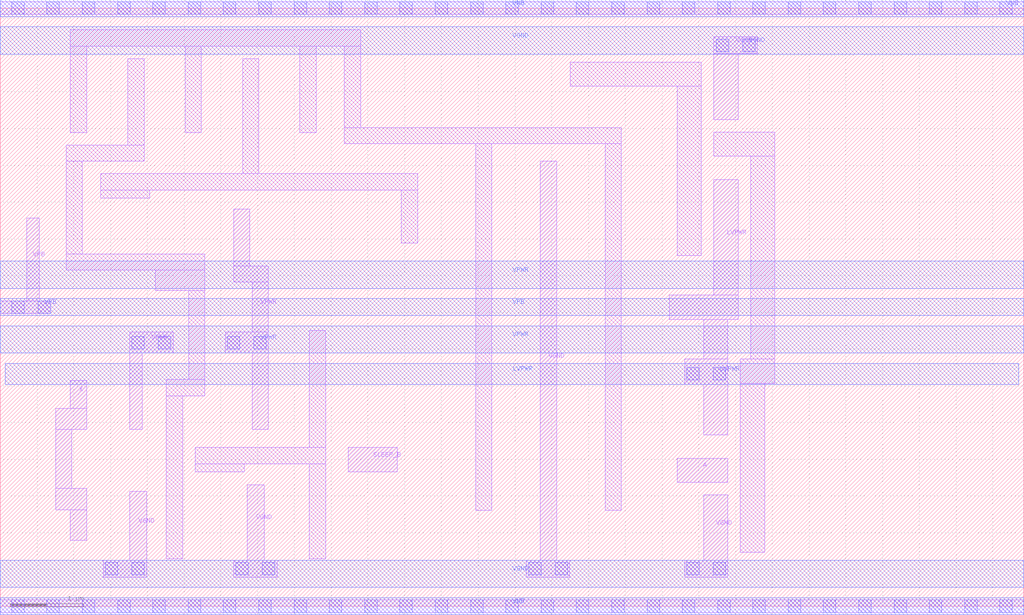
<source format=lef>
# Copyright 2020 The SkyWater PDK Authors
#
# Licensed under the Apache License, Version 2.0 (the "License");
# you may not use this file except in compliance with the License.
# You may obtain a copy of the License at
#
#     https://www.apache.org/licenses/LICENSE-2.0
#
# Unless required by applicable law or agreed to in writing, software
# distributed under the License is distributed on an "AS IS" BASIS,
# WITHOUT WARRANTIES OR CONDITIONS OF ANY KIND, either express or implied.
# See the License for the specific language governing permissions and
# limitations under the License.
#
# SPDX-License-Identifier: Apache-2.0

VERSION 5.5 ;
NAMESCASESENSITIVE ON ;
BUSBITCHARS "[]" ;
DIVIDERCHAR "/" ;
SITE unithvdbl
    SYMMETRY y  ;
    CLASS CORE  ;
    SIZE  0.480 BY 8.140 ;
END unithvdbl
MACRO sky130_fd_sc_hvl__lsbuflv2hv_isosrchvaon_1
  CLASS CORE ;
  SOURCE USER ;
  ORIGIN  0.000000  0.000000 ;
  SIZE  13.92000 BY  8.140000 ;
  SYMMETRY X Y ;
  SITE unithvdbl ;
  PIN A
    ANTENNAGATEAREA  0.279000 ;
    DIRECTION INPUT ;
    USE SIGNAL ;
    PORT
      LAYER li1 ;
        RECT 9.205000 1.685000 9.895000 2.015000 ;
    END
  END A
  PIN SLEEP_B
    ANTENNAGATEAREA  7.125000 ;
    DIRECTION INPUT ;
    USE SIGNAL ;
    PORT
      LAYER li1 ;
        RECT 4.730000 1.830000 5.400000 2.160000 ;
    END
  END SLEEP_B
  PIN X
    ANTENNADIFFAREA  0.397500 ;
    DIRECTION OUTPUT ;
    USE SIGNAL ;
    PORT
      LAYER li1 ;
        RECT 0.755000 1.315000 1.175000 1.605000 ;
        RECT 0.755000 1.605000 0.975000 2.405000 ;
        RECT 0.755000 2.405000 1.175000 2.695000 ;
        RECT 0.955000 0.895000 1.175000 1.315000 ;
        RECT 0.955000 2.695000 1.175000 3.075000 ;
    END
  END X
  PIN LVPWR
    DIRECTION INOUT ;
    USE POWER ;
    PORT
      LAYER li1 ;
        RECT 9.100000 3.905000 10.035000 4.235000 ;
        RECT 9.305000 3.020000  9.895000 3.365000 ;
        RECT 9.565000 2.335000  9.895000 3.020000 ;
        RECT 9.565000 3.365000  9.895000 3.905000 ;
        RECT 9.705000 4.235000 10.035000 5.805000 ;
    END
    PORT
      LAYER mcon ;
        RECT 9.335000 3.080000 9.505000 3.250000 ;
        RECT 9.695000 3.080000 9.865000 3.250000 ;
    END
    PORT
      LAYER met1 ;
        RECT 0.070000 3.020000 13.850000 3.305000 ;
    END
  END LVPWR
  PIN VGND
    DIRECTION INOUT ;
    USE GROUND ;
    PORT
      LAYER li1 ;
        RECT 1.400000 0.395000 1.990000 0.625000 ;
        RECT 1.760000 0.625000 1.990000 1.565000 ;
    END
    PORT
      LAYER li1 ;
        RECT 3.175000 0.395000 3.765000 0.625000 ;
        RECT 3.360000 0.625000 3.590000 1.655000 ;
    END
    PORT
      LAYER li1 ;
        RECT 7.155000 0.395000 7.745000 0.625000 ;
        RECT 7.340000 0.625000 7.570000 6.055000 ;
    END
    PORT
      LAYER li1 ;
        RECT 9.305000 0.395000 9.895000 0.625000 ;
        RECT 9.565000 0.625000 9.895000 1.515000 ;
    END
    PORT
      LAYER li1 ;
        RECT 9.705000 6.625000 10.035000 7.520000 ;
        RECT 9.705000 7.520000 10.295000 7.750000 ;
    END
    PORT
      LAYER mcon ;
        RECT  1.430000 0.425000  1.600000 0.595000 ;
        RECT  1.790000 0.425000  1.960000 0.595000 ;
        RECT  3.205000 0.425000  3.375000 0.595000 ;
        RECT  3.565000 0.425000  3.735000 0.595000 ;
        RECT  7.185000 0.425000  7.355000 0.595000 ;
        RECT  7.545000 0.425000  7.715000 0.595000 ;
        RECT  9.335000 0.425000  9.505000 0.595000 ;
        RECT  9.695000 0.425000  9.865000 0.595000 ;
        RECT  9.735000 7.550000  9.905000 7.720000 ;
        RECT 10.095000 7.550000 10.265000 7.720000 ;
    END
    PORT
      LAYER met1 ;
        RECT 0.000000 0.255000 13.920000 0.625000 ;
    END
    PORT
      LAYER met1 ;
        RECT 0.000000 7.515000 13.920000 7.885000 ;
    END
  END VGND
  PIN VNB
    DIRECTION INOUT ;
    USE GROUND ;
    PORT
      LAYER li1 ;
        RECT 0.000000 -0.085000 13.920000 0.085000 ;
    END
    PORT
      LAYER li1 ;
        RECT 0.000000 8.055000 13.920000 8.225000 ;
    END
    PORT
      LAYER mcon ;
        RECT  0.155000 -0.085000  0.325000 0.085000 ;
        RECT  0.155000  8.055000  0.325000 8.225000 ;
        RECT  0.635000 -0.085000  0.805000 0.085000 ;
        RECT  0.635000  8.055000  0.805000 8.225000 ;
        RECT  1.115000 -0.085000  1.285000 0.085000 ;
        RECT  1.115000  8.055000  1.285000 8.225000 ;
        RECT  1.595000 -0.085000  1.765000 0.085000 ;
        RECT  1.595000  8.055000  1.765000 8.225000 ;
        RECT  2.075000 -0.085000  2.245000 0.085000 ;
        RECT  2.075000  8.055000  2.245000 8.225000 ;
        RECT  2.555000 -0.085000  2.725000 0.085000 ;
        RECT  2.555000  8.055000  2.725000 8.225000 ;
        RECT  3.035000 -0.085000  3.205000 0.085000 ;
        RECT  3.035000  8.055000  3.205000 8.225000 ;
        RECT  3.515000 -0.085000  3.685000 0.085000 ;
        RECT  3.515000  8.055000  3.685000 8.225000 ;
        RECT  3.995000 -0.085000  4.165000 0.085000 ;
        RECT  3.995000  8.055000  4.165000 8.225000 ;
        RECT  4.475000 -0.085000  4.645000 0.085000 ;
        RECT  4.475000  8.055000  4.645000 8.225000 ;
        RECT  4.955000 -0.085000  5.125000 0.085000 ;
        RECT  4.955000  8.055000  5.125000 8.225000 ;
        RECT  5.435000 -0.085000  5.605000 0.085000 ;
        RECT  5.435000  8.055000  5.605000 8.225000 ;
        RECT  5.915000 -0.085000  6.085000 0.085000 ;
        RECT  5.915000  8.055000  6.085000 8.225000 ;
        RECT  6.395000 -0.085000  6.565000 0.085000 ;
        RECT  6.395000  8.055000  6.565000 8.225000 ;
        RECT  6.875000 -0.085000  7.045000 0.085000 ;
        RECT  6.875000  8.055000  7.045000 8.225000 ;
        RECT  7.355000 -0.085000  7.525000 0.085000 ;
        RECT  7.355000  8.055000  7.525000 8.225000 ;
        RECT  7.835000 -0.085000  8.005000 0.085000 ;
        RECT  7.835000  8.055000  8.005000 8.225000 ;
        RECT  8.315000 -0.085000  8.485000 0.085000 ;
        RECT  8.315000  8.055000  8.485000 8.225000 ;
        RECT  8.795000 -0.085000  8.965000 0.085000 ;
        RECT  8.795000  8.055000  8.965000 8.225000 ;
        RECT  9.275000 -0.085000  9.445000 0.085000 ;
        RECT  9.275000  8.055000  9.445000 8.225000 ;
        RECT  9.755000 -0.085000  9.925000 0.085000 ;
        RECT  9.755000  8.055000  9.925000 8.225000 ;
        RECT 10.235000 -0.085000 10.405000 0.085000 ;
        RECT 10.235000  8.055000 10.405000 8.225000 ;
        RECT 10.715000 -0.085000 10.885000 0.085000 ;
        RECT 10.715000  8.055000 10.885000 8.225000 ;
        RECT 11.195000 -0.085000 11.365000 0.085000 ;
        RECT 11.195000  8.055000 11.365000 8.225000 ;
        RECT 11.675000 -0.085000 11.845000 0.085000 ;
        RECT 11.675000  8.055000 11.845000 8.225000 ;
        RECT 12.155000 -0.085000 12.325000 0.085000 ;
        RECT 12.155000  8.055000 12.325000 8.225000 ;
        RECT 12.635000 -0.085000 12.805000 0.085000 ;
        RECT 12.635000  8.055000 12.805000 8.225000 ;
        RECT 13.115000 -0.085000 13.285000 0.085000 ;
        RECT 13.115000  8.055000 13.285000 8.225000 ;
        RECT 13.595000 -0.085000 13.765000 0.085000 ;
        RECT 13.595000  8.055000 13.765000 8.225000 ;
    END
    PORT
      LAYER met1 ;
        RECT 0.000000 -0.115000 13.920000 0.115000 ;
    END
    PORT
      LAYER met1 ;
        RECT 0.000000 8.025000 13.920000 8.255000 ;
    END
  END VNB
  PIN VPB
    DIRECTION INOUT ;
    USE POWER ;
    PORT
      LAYER li1 ;
        RECT 0.000000 3.985000 0.685000 4.155000 ;
        RECT 0.360000 4.155000 0.530000 5.280000 ;
    END
    PORT
      LAYER mcon ;
        RECT 0.155000 3.985000 0.325000 4.155000 ;
        RECT 0.515000 3.985000 0.685000 4.155000 ;
    END
    PORT
      LAYER met1 ;
        RECT 0.000000 3.955000 13.920000 4.185000 ;
    END
  END VPB
  PIN VPWR
    DIRECTION INOUT ;
    USE POWER ;
    PORT
      LAYER li1 ;
        RECT 1.760000 2.405000 1.930000 3.445000 ;
        RECT 1.760000 3.445000 2.350000 3.735000 ;
    END
    PORT
      LAYER li1 ;
        RECT 3.060000 3.445000 3.645000 3.735000 ;
        RECT 3.175000 4.410000 3.645000 4.630000 ;
        RECT 3.175000 4.630000 3.395000 5.405000 ;
        RECT 3.425000 2.405000 3.645000 3.445000 ;
        RECT 3.425000 3.735000 3.645000 4.410000 ;
    END
    PORT
      LAYER mcon ;
        RECT 1.790000 3.505000 1.960000 3.675000 ;
        RECT 2.150000 3.505000 2.320000 3.675000 ;
        RECT 3.090000 3.505000 3.260000 3.675000 ;
        RECT 3.450000 3.505000 3.620000 3.675000 ;
    END
    PORT
      LAYER met1 ;
        RECT 0.000000 3.445000 13.920000 3.815000 ;
    END
    PORT
      LAYER met1 ;
        RECT 0.000000 4.325000 13.920000 4.695000 ;
    END
  END VPWR
  OBS
    LAYER li1 ;
      RECT  0.895000 4.575000  2.780000 4.795000 ;
      RECT  0.895000 4.795000  1.115000 6.055000 ;
      RECT  0.895000 6.055000  1.955000 6.275000 ;
      RECT  0.955000 6.445000  1.175000 7.625000 ;
      RECT  0.955000 7.625000  4.900000 7.845000 ;
      RECT  1.365000 5.555000  2.035000 5.665000 ;
      RECT  1.365000 5.665000  5.675000 5.885000 ;
      RECT  1.735000 6.275000  1.955000 7.455000 ;
      RECT  2.110000 4.295000  2.780000 4.575000 ;
      RECT  2.260000 0.645000  2.480000 2.860000 ;
      RECT  2.260000 2.860000  2.780000 3.085000 ;
      RECT  2.515000 6.445000  2.735000 7.625000 ;
      RECT  2.560000 3.085000  2.780000 4.295000 ;
      RECT  2.650000 1.830000  3.320000 1.940000 ;
      RECT  2.650000 1.940000  4.425000 2.160000 ;
      RECT  3.295000 5.885000  3.515000 7.455000 ;
      RECT  4.075000 6.445000  4.295000 7.625000 ;
      RECT  4.205000 0.645000  4.425000 1.940000 ;
      RECT  4.205000 2.160000  4.425000 3.755000 ;
      RECT  4.680000 6.295000  8.445000 6.515000 ;
      RECT  4.680000 6.515000  4.900000 7.625000 ;
      RECT  5.455000 4.945000  5.675000 5.665000 ;
      RECT  6.465000 1.305000  6.685000 6.295000 ;
      RECT  7.750000 7.075000  9.535000 7.405000 ;
      RECT  8.225000 1.305000  8.445000 6.295000 ;
      RECT  9.205000 4.775000  9.535000 7.075000 ;
      RECT  9.705000 6.125000 10.535000 6.455000 ;
      RECT 10.065000 0.735000 10.395000 3.035000 ;
      RECT 10.065000 3.035000 10.535000 3.365000 ;
      RECT 10.205000 3.365000 10.535000 6.125000 ;
  END
END sky130_fd_sc_hvl__lsbuflv2hv_isosrchvaon_1

</source>
